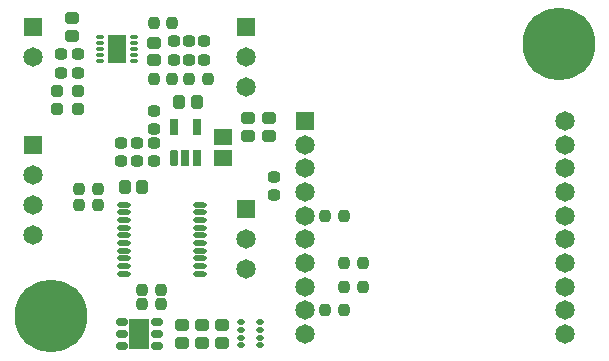
<source format=gts>
G04*
G04 #@! TF.GenerationSoftware,Altium Limited,Altium Designer,19.1.9 (167)*
G04*
G04 Layer_Color=8388736*
%FSLAX44Y44*%
%MOMM*%
G71*
G01*
G75*
G04:AMPARAMS|DCode=13|XSize=0.94mm|YSize=1.03mm|CornerRadius=0.26mm|HoleSize=0mm|Usage=FLASHONLY|Rotation=0.000|XOffset=0mm|YOffset=0mm|HoleType=Round|Shape=RoundedRectangle|*
%AMROUNDEDRECTD13*
21,1,0.9400,0.5100,0,0,0.0*
21,1,0.4200,1.0300,0,0,0.0*
1,1,0.5200,0.2100,-0.2550*
1,1,0.5200,-0.2100,-0.2550*
1,1,0.5200,-0.2100,0.2550*
1,1,0.5200,0.2100,0.2550*
%
%ADD13ROUNDEDRECTD13*%
G04:AMPARAMS|DCode=14|XSize=0.94mm|YSize=1.03mm|CornerRadius=0.26mm|HoleSize=0mm|Usage=FLASHONLY|Rotation=90.000|XOffset=0mm|YOffset=0mm|HoleType=Round|Shape=RoundedRectangle|*
%AMROUNDEDRECTD14*
21,1,0.9400,0.5100,0,0,90.0*
21,1,0.4200,1.0300,0,0,90.0*
1,1,0.5200,0.2550,0.2100*
1,1,0.5200,0.2550,-0.2100*
1,1,0.5200,-0.2550,-0.2100*
1,1,0.5200,-0.2550,0.2100*
%
%ADD14ROUNDEDRECTD14*%
G04:AMPARAMS|DCode=15|XSize=1.06mm|YSize=1.17mm|CornerRadius=0.3071mm|HoleSize=0mm|Usage=FLASHONLY|Rotation=0.000|XOffset=0mm|YOffset=0mm|HoleType=Round|Shape=RoundedRectangle|*
%AMROUNDEDRECTD15*
21,1,1.0600,0.5559,0,0,0.0*
21,1,0.4459,1.1700,0,0,0.0*
1,1,0.6141,0.2230,-0.2779*
1,1,0.6141,-0.2230,-0.2779*
1,1,0.6141,-0.2230,0.2779*
1,1,0.6141,0.2230,0.2779*
%
%ADD15ROUNDEDRECTD15*%
%ADD16R,0.7500X1.3500*%
G04:AMPARAMS|DCode=17|XSize=0.75mm|YSize=1.35mm|CornerRadius=0.225mm|HoleSize=0mm|Usage=FLASHONLY|Rotation=180.000|XOffset=0mm|YOffset=0mm|HoleType=Round|Shape=RoundedRectangle|*
%AMROUNDEDRECTD17*
21,1,0.7500,0.9000,0,0,180.0*
21,1,0.3000,1.3500,0,0,180.0*
1,1,0.4500,-0.1500,0.4500*
1,1,0.4500,0.1500,0.4500*
1,1,0.4500,0.1500,-0.4500*
1,1,0.4500,-0.1500,-0.4500*
%
%ADD17ROUNDEDRECTD17*%
G04:AMPARAMS|DCode=18|XSize=1.06mm|YSize=1.17mm|CornerRadius=0.3071mm|HoleSize=0mm|Usage=FLASHONLY|Rotation=90.000|XOffset=0mm|YOffset=0mm|HoleType=Round|Shape=RoundedRectangle|*
%AMROUNDEDRECTD18*
21,1,1.0600,0.5559,0,0,90.0*
21,1,0.4459,1.1700,0,0,90.0*
1,1,0.6141,0.2779,0.2230*
1,1,0.6141,0.2779,-0.2230*
1,1,0.6141,-0.2779,-0.2230*
1,1,0.6141,-0.2779,0.2230*
%
%ADD18ROUNDEDRECTD18*%
%ADD19O,1.1500X0.4500*%
%ADD20R,1.5500X1.3500*%
G04:AMPARAMS|DCode=21|XSize=1mm|YSize=0.6mm|CornerRadius=0.1875mm|HoleSize=0mm|Usage=FLASHONLY|Rotation=0.000|XOffset=0mm|YOffset=0mm|HoleType=Round|Shape=RoundedRectangle|*
%AMROUNDEDRECTD21*
21,1,1.0000,0.2250,0,0,0.0*
21,1,0.6250,0.6000,0,0,0.0*
1,1,0.3750,0.3125,-0.1125*
1,1,0.3750,-0.3125,-0.1125*
1,1,0.3750,-0.3125,0.1125*
1,1,0.3750,0.3125,0.1125*
%
%ADD21ROUNDEDRECTD21*%
%ADD22R,1.7500X2.6500*%
G04:AMPARAMS|DCode=23|XSize=0.65mm|YSize=0.5mm|CornerRadius=0.1625mm|HoleSize=0mm|Usage=FLASHONLY|Rotation=0.000|XOffset=0mm|YOffset=0mm|HoleType=Round|Shape=RoundedRectangle|*
%AMROUNDEDRECTD23*
21,1,0.6500,0.1750,0,0,0.0*
21,1,0.3250,0.5000,0,0,0.0*
1,1,0.3250,0.1625,-0.0875*
1,1,0.3250,-0.1625,-0.0875*
1,1,0.3250,-0.1625,0.0875*
1,1,0.3250,0.1625,0.0875*
%
%ADD23ROUNDEDRECTD23*%
%ADD24O,0.8000X0.3500*%
%ADD25R,1.5500X2.3500*%
G04:AMPARAMS|DCode=26|XSize=1.007mm|YSize=1.057mm|CornerRadius=0.2935mm|HoleSize=0mm|Usage=FLASHONLY|Rotation=90.000|XOffset=0mm|YOffset=0mm|HoleType=Round|Shape=RoundedRectangle|*
%AMROUNDEDRECTD26*
21,1,1.0070,0.4699,0,0,90.0*
21,1,0.4199,1.0570,0,0,90.0*
1,1,0.5871,0.2350,0.2100*
1,1,0.5871,0.2350,-0.2100*
1,1,0.5871,-0.2350,-0.2100*
1,1,0.5871,-0.2350,0.2100*
%
%ADD26ROUNDEDRECTD26*%
%ADD27C,1.6500*%
%ADD28R,1.6500X1.6500*%
%ADD29C,6.1500*%
D13*
X137900Y283000D02*
D03*
X122100D02*
D03*
X167900Y236000D02*
D03*
X152100D02*
D03*
X137900D02*
D03*
X122100D02*
D03*
X74900Y143000D02*
D03*
X59100D02*
D03*
X75000Y129000D02*
D03*
X59200D02*
D03*
X282900Y40000D02*
D03*
X267100D02*
D03*
X298900Y60000D02*
D03*
X283100D02*
D03*
X298900Y80000D02*
D03*
X283100D02*
D03*
X282900Y120000D02*
D03*
X267100D02*
D03*
X127900Y45000D02*
D03*
X112100D02*
D03*
X127900Y57000D02*
D03*
X112100D02*
D03*
D14*
X139000Y267900D02*
D03*
Y252100D02*
D03*
X152000Y267900D02*
D03*
Y252100D02*
D03*
X165000Y267900D02*
D03*
Y252100D02*
D03*
X122000Y181900D02*
D03*
Y166100D02*
D03*
X108000Y181900D02*
D03*
Y166100D02*
D03*
X94000Y181900D02*
D03*
Y166100D02*
D03*
X122000Y208900D02*
D03*
Y193100D02*
D03*
X224000Y152900D02*
D03*
Y137100D02*
D03*
X58000Y256900D02*
D03*
Y241100D02*
D03*
X44000Y256900D02*
D03*
Y241100D02*
D03*
D15*
X158550Y216000D02*
D03*
X143450D02*
D03*
X112550Y144000D02*
D03*
X97450D02*
D03*
D16*
X158500Y195000D02*
D03*
Y169000D02*
D03*
X149000D02*
D03*
X139500Y195000D02*
D03*
D17*
Y169000D02*
D03*
D18*
X122000Y266550D02*
D03*
Y251450D02*
D03*
X220000Y202550D02*
D03*
Y187450D02*
D03*
X202000Y202550D02*
D03*
Y187450D02*
D03*
X180000Y27550D02*
D03*
Y12450D02*
D03*
X163000Y27550D02*
D03*
Y12450D02*
D03*
X146000Y27550D02*
D03*
Y12450D02*
D03*
X53000Y287550D02*
D03*
Y272450D02*
D03*
D19*
X161000Y129250D02*
D03*
Y116250D02*
D03*
Y122750D02*
D03*
Y103250D02*
D03*
Y109750D02*
D03*
Y96750D02*
D03*
Y83750D02*
D03*
X161000Y70750D02*
D03*
X161000Y90250D02*
D03*
Y77250D02*
D03*
X97000Y109750D02*
D03*
Y116250D02*
D03*
Y96750D02*
D03*
Y103250D02*
D03*
Y129250D02*
D03*
Y122750D02*
D03*
Y83750D02*
D03*
Y90250D02*
D03*
Y77250D02*
D03*
Y70750D02*
D03*
D20*
X181000Y187000D02*
D03*
Y169000D02*
D03*
D21*
X124500Y30000D02*
D03*
Y20000D02*
D03*
Y10000D02*
D03*
X95500Y30000D02*
D03*
Y20000D02*
D03*
Y10000D02*
D03*
D22*
X110000Y20000D02*
D03*
D23*
X212000Y29750D02*
D03*
Y23250D02*
D03*
Y16750D02*
D03*
Y10250D02*
D03*
X196000Y29750D02*
D03*
Y23250D02*
D03*
Y10250D02*
D03*
Y16750D02*
D03*
D24*
X105000Y271000D02*
D03*
Y266000D02*
D03*
Y261000D02*
D03*
Y251000D02*
D03*
Y256000D02*
D03*
X77000Y271000D02*
D03*
Y266000D02*
D03*
Y256000D02*
D03*
Y261000D02*
D03*
X77000Y251000D02*
D03*
D25*
X91000Y261000D02*
D03*
D26*
X58000Y225750D02*
D03*
Y210250D02*
D03*
X40000Y225750D02*
D03*
Y210250D02*
D03*
D27*
X200000Y100000D02*
D03*
Y74600D02*
D03*
Y254600D02*
D03*
Y229200D02*
D03*
X20000Y129200D02*
D03*
Y103800D02*
D03*
Y154600D02*
D03*
Y254600D02*
D03*
X470000Y20000D02*
D03*
Y40000D02*
D03*
Y80000D02*
D03*
Y60000D02*
D03*
Y200000D02*
D03*
Y160000D02*
D03*
Y180000D02*
D03*
Y140000D02*
D03*
Y120000D02*
D03*
Y100000D02*
D03*
X250000D02*
D03*
Y120000D02*
D03*
Y140000D02*
D03*
Y180000D02*
D03*
Y160000D02*
D03*
Y60000D02*
D03*
Y80000D02*
D03*
Y40000D02*
D03*
Y20000D02*
D03*
D28*
X200000Y125400D02*
D03*
Y280000D02*
D03*
X20000Y180000D02*
D03*
Y280000D02*
D03*
X250000Y200000D02*
D03*
D29*
X465000Y265000D02*
D03*
X35000Y35000D02*
D03*
M02*

</source>
